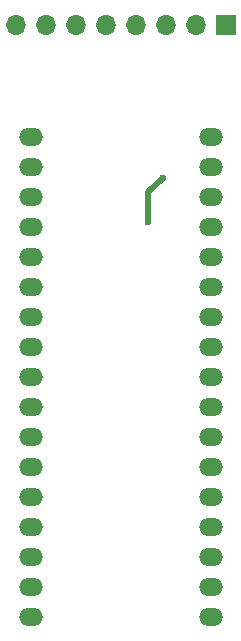
<source format=gbr>
%TF.GenerationSoftware,KiCad,Pcbnew,8.0.0*%
%TF.CreationDate,2024-05-09T13:21:52+02:00*%
%TF.ProjectId,LogUnit,4c6f6755-6e69-4742-9e6b-696361645f70,rev?*%
%TF.SameCoordinates,Original*%
%TF.FileFunction,Copper,L2,Bot*%
%TF.FilePolarity,Positive*%
%FSLAX46Y46*%
G04 Gerber Fmt 4.6, Leading zero omitted, Abs format (unit mm)*
G04 Created by KiCad (PCBNEW 8.0.0) date 2024-05-09 13:21:52*
%MOMM*%
%LPD*%
G01*
G04 APERTURE LIST*
%TA.AperFunction,ComponentPad*%
%ADD10R,1.700000X1.700000*%
%TD*%
%TA.AperFunction,ComponentPad*%
%ADD11O,1.700000X1.700000*%
%TD*%
%TA.AperFunction,ComponentPad*%
%ADD12O,2.000000X1.500000*%
%TD*%
%TA.AperFunction,ViaPad*%
%ADD13C,0.600000*%
%TD*%
%TA.AperFunction,Conductor*%
%ADD14C,0.500000*%
%TD*%
G04 APERTURE END LIST*
D10*
%TO.P,U3,1,SS*%
%TO.N,SDA*%
X120585000Y-69830000D03*
D11*
%TO.P,U3,2,SCK*%
%TO.N,SCK*%
X118045000Y-69830000D03*
%TO.P,U3,3,MOSI*%
%TO.N,MOSI*%
X115505000Y-69830000D03*
%TO.P,U3,4,MISO*%
%TO.N,MISO*%
X112965000Y-69830000D03*
%TO.P,U3,5,IRQ*%
%TO.N,unconnected-(U3-IRQ-Pad5)*%
X110425000Y-69830000D03*
%TO.P,U3,6,GND*%
%TO.N,GND*%
X107885000Y-69830000D03*
%TO.P,U3,7,RST*%
%TO.N,RST*%
X105345000Y-69830000D03*
%TO.P,U3,8,VCC*%
%TO.N,+3.3V*%
X102805000Y-69830000D03*
%TD*%
D12*
%TO.P,U1,1,VBAT*%
%TO.N,unconnected-(U1-VBAT-Pad1)*%
X104080000Y-79290000D03*
%TO.P,U1,2,GND*%
%TO.N,unconnected-(U1-GND-Pad2)*%
X104080000Y-81830000D03*
%TO.P,U1,3,5V*%
%TO.N,unconnected-(U1-5V-Pad3)*%
X104080000Y-84370000D03*
%TO.P,U1,4,3V3*%
%TO.N,unconnected-(U1-3V3-Pad4)*%
X104080000Y-86910000D03*
%TO.P,U1,5,IO1*%
%TO.N,unconnected-(U1-IO1-Pad5)*%
X104080000Y-89450000D03*
%TO.P,U1,6,IO2*%
%TO.N,unconnected-(U1-IO2-Pad6)*%
X104080000Y-91990000D03*
%TO.P,U1,7,IO3*%
%TO.N,unconnected-(U1-IO3-Pad7)*%
X104080000Y-94530000D03*
%TO.P,U1,8,IO4*%
%TO.N,unconnected-(U1-IO4-Pad8)*%
X104080000Y-97070000D03*
%TO.P,U1,9,IO5*%
%TO.N,unconnected-(U1-IO5-Pad9)*%
X104080000Y-99610000D03*
%TO.P,U1,10,IO21*%
%TO.N,unconnected-(U1-IO21-Pad10)*%
X104080000Y-102150000D03*
%TO.P,U1,11,IO0*%
%TO.N,unconnected-(U1-IO0-Pad11)*%
X104080000Y-104690000D03*
%TO.P,U1,12,LDO2_OUT*%
%TO.N,unconnected-(U1-LDO2_OUT-Pad12)*%
X104080000Y-107230000D03*
%TO.P,U1,13,IO16*%
%TO.N,unconnected-(U1-IO16-Pad13)*%
X104080000Y-109770000D03*
%TO.P,U1,14,IO15*%
%TO.N,Net-(U1-IO15)*%
X104080000Y-112310000D03*
%TO.P,U1,15,IO14*%
%TO.N,Net-(U1-IO14)*%
X104080000Y-114850000D03*
%TO.P,U1,16,IO13*%
%TO.N,Net-(U1-IO13)*%
X104080000Y-117390000D03*
%TO.P,U1,17,IO12*%
%TO.N,unconnected-(U1-IO12-Pad17)*%
X104080000Y-119930000D03*
%TO.P,U1,18,IO42*%
%TO.N,unconnected-(U1-IO42-Pad18)*%
X119320000Y-119930000D03*
%TO.P,U1,19,IO41*%
%TO.N,unconnected-(U1-IO41-Pad19)*%
X119320000Y-117390000D03*
%TO.P,U1,20,IO40*%
%TO.N,unconnected-(U1-IO40-Pad20)*%
X119320000Y-114850000D03*
%TO.P,U1,21,IO39*%
%TO.N,unconnected-(U1-IO39-Pad21)*%
X119320000Y-112310000D03*
%TO.P,U1,22,IO38*%
%TO.N,unconnected-(U1-IO38-Pad22)*%
X119320000Y-109770000D03*
%TO.P,U1,23,RX*%
%TO.N,unconnected-(U1-RX-Pad23)*%
X119320000Y-107230000D03*
%TO.P,U1,24,TX*%
%TO.N,unconnected-(U1-TX-Pad24)*%
X119320000Y-104690000D03*
%TO.P,U1,25,GND*%
%TO.N,unconnected-(U1-GND-Pad25)*%
X119320000Y-102150000D03*
%TO.P,U1,26,RST*%
%TO.N,unconnected-(U1-RST-Pad26)*%
X119320000Y-99610000D03*
%TO.P,U1,27,IO6*%
%TO.N,unconnected-(U1-IO6-Pad27)*%
X119320000Y-97070000D03*
%TO.P,U1,28,IO7*%
%TO.N,unconnected-(U1-IO7-Pad28)*%
X119320000Y-94530000D03*
%TO.P,U1,29,IO8*%
%TO.N,SDA*%
X119320000Y-91990000D03*
%TO.P,U1,30,IO9*%
%TO.N,RST*%
X119320000Y-89450000D03*
%TO.P,U1,31,IO34*%
%TO.N,unconnected-(U1-IO34-Pad31)*%
X119320000Y-86910000D03*
%TO.P,U1,32,IO36*%
%TO.N,SCK*%
X119320000Y-84370000D03*
%TO.P,U1,33,IO37*%
%TO.N,MISO*%
X119320000Y-81830000D03*
%TO.P,U1,34,IO35*%
%TO.N,MOSI*%
X119320000Y-79290000D03*
%TD*%
D13*
%TO.N,GND*%
X115250000Y-82750000D03*
X114000000Y-86500000D03*
%TD*%
D14*
%TO.N,GND*%
X115250000Y-82750000D02*
X114000000Y-84000000D01*
X114000000Y-84000000D02*
X114000000Y-86500000D01*
%TO.N,MISO*%
X119320000Y-81830000D02*
X118580000Y-81830000D01*
%TO.N,MOSI*%
X115500000Y-69835000D02*
X115505000Y-69830000D01*
%TD*%
M02*

</source>
